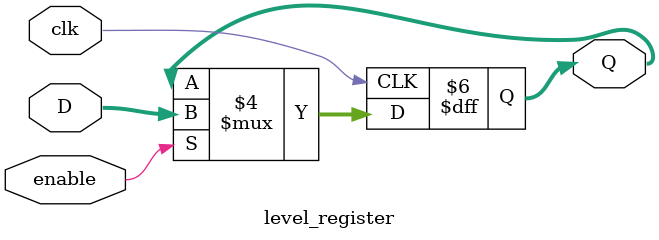
<source format=sv>
module level_register #(parameter WIDTH = 1) (
    input [WIDTH:0] D,
    input clk,
    input enable,
    output logic [WIDTH:0] Q = 0
);

    always_ff @ (posedge clk) begin
        if (enable)
            Q = D;
    end
endmodule
</source>
